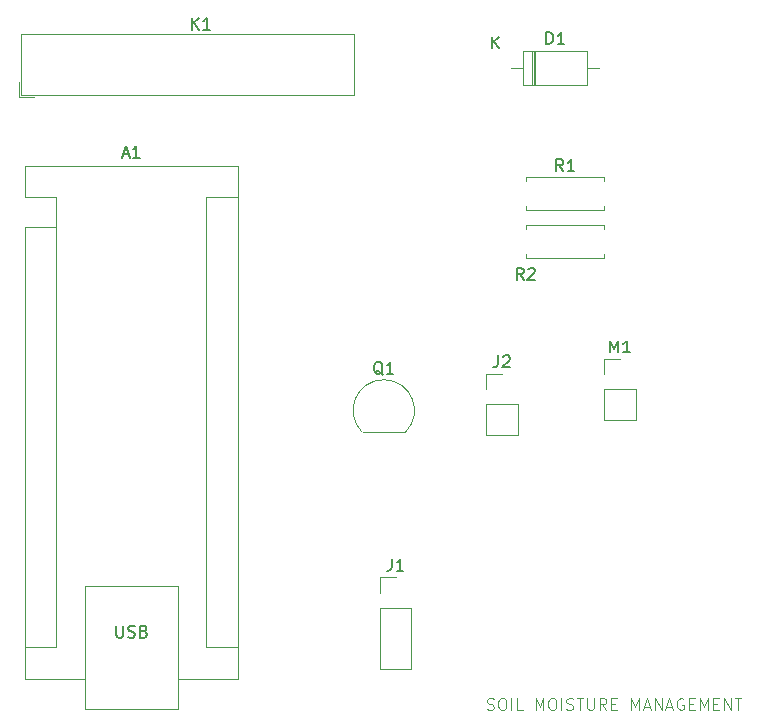
<source format=gbr>
%TF.GenerationSoftware,KiCad,Pcbnew,9.0.0*%
%TF.CreationDate,2025-03-30T19:28:59+05:30*%
%TF.ProjectId,soil_moisture,736f696c-5f6d-46f6-9973-747572652e6b,rev?*%
%TF.SameCoordinates,Original*%
%TF.FileFunction,Legend,Top*%
%TF.FilePolarity,Positive*%
%FSLAX46Y46*%
G04 Gerber Fmt 4.6, Leading zero omitted, Abs format (unit mm)*
G04 Created by KiCad (PCBNEW 9.0.0) date 2025-03-30 19:28:59*
%MOMM*%
%LPD*%
G01*
G04 APERTURE LIST*
%ADD10C,0.100000*%
%ADD11C,0.150000*%
%ADD12C,0.120000*%
G04 APERTURE END LIST*
D10*
X142756265Y-112824800D02*
X142899122Y-112872419D01*
X142899122Y-112872419D02*
X143137217Y-112872419D01*
X143137217Y-112872419D02*
X143232455Y-112824800D01*
X143232455Y-112824800D02*
X143280074Y-112777180D01*
X143280074Y-112777180D02*
X143327693Y-112681942D01*
X143327693Y-112681942D02*
X143327693Y-112586704D01*
X143327693Y-112586704D02*
X143280074Y-112491466D01*
X143280074Y-112491466D02*
X143232455Y-112443847D01*
X143232455Y-112443847D02*
X143137217Y-112396228D01*
X143137217Y-112396228D02*
X142946741Y-112348609D01*
X142946741Y-112348609D02*
X142851503Y-112300990D01*
X142851503Y-112300990D02*
X142803884Y-112253371D01*
X142803884Y-112253371D02*
X142756265Y-112158133D01*
X142756265Y-112158133D02*
X142756265Y-112062895D01*
X142756265Y-112062895D02*
X142803884Y-111967657D01*
X142803884Y-111967657D02*
X142851503Y-111920038D01*
X142851503Y-111920038D02*
X142946741Y-111872419D01*
X142946741Y-111872419D02*
X143184836Y-111872419D01*
X143184836Y-111872419D02*
X143327693Y-111920038D01*
X143946741Y-111872419D02*
X144137217Y-111872419D01*
X144137217Y-111872419D02*
X144232455Y-111920038D01*
X144232455Y-111920038D02*
X144327693Y-112015276D01*
X144327693Y-112015276D02*
X144375312Y-112205752D01*
X144375312Y-112205752D02*
X144375312Y-112539085D01*
X144375312Y-112539085D02*
X144327693Y-112729561D01*
X144327693Y-112729561D02*
X144232455Y-112824800D01*
X144232455Y-112824800D02*
X144137217Y-112872419D01*
X144137217Y-112872419D02*
X143946741Y-112872419D01*
X143946741Y-112872419D02*
X143851503Y-112824800D01*
X143851503Y-112824800D02*
X143756265Y-112729561D01*
X143756265Y-112729561D02*
X143708646Y-112539085D01*
X143708646Y-112539085D02*
X143708646Y-112205752D01*
X143708646Y-112205752D02*
X143756265Y-112015276D01*
X143756265Y-112015276D02*
X143851503Y-111920038D01*
X143851503Y-111920038D02*
X143946741Y-111872419D01*
X144803884Y-112872419D02*
X144803884Y-111872419D01*
X145756264Y-112872419D02*
X145280074Y-112872419D01*
X145280074Y-112872419D02*
X145280074Y-111872419D01*
X146851503Y-112872419D02*
X146851503Y-111872419D01*
X146851503Y-111872419D02*
X147184836Y-112586704D01*
X147184836Y-112586704D02*
X147518169Y-111872419D01*
X147518169Y-111872419D02*
X147518169Y-112872419D01*
X148184836Y-111872419D02*
X148375312Y-111872419D01*
X148375312Y-111872419D02*
X148470550Y-111920038D01*
X148470550Y-111920038D02*
X148565788Y-112015276D01*
X148565788Y-112015276D02*
X148613407Y-112205752D01*
X148613407Y-112205752D02*
X148613407Y-112539085D01*
X148613407Y-112539085D02*
X148565788Y-112729561D01*
X148565788Y-112729561D02*
X148470550Y-112824800D01*
X148470550Y-112824800D02*
X148375312Y-112872419D01*
X148375312Y-112872419D02*
X148184836Y-112872419D01*
X148184836Y-112872419D02*
X148089598Y-112824800D01*
X148089598Y-112824800D02*
X147994360Y-112729561D01*
X147994360Y-112729561D02*
X147946741Y-112539085D01*
X147946741Y-112539085D02*
X147946741Y-112205752D01*
X147946741Y-112205752D02*
X147994360Y-112015276D01*
X147994360Y-112015276D02*
X148089598Y-111920038D01*
X148089598Y-111920038D02*
X148184836Y-111872419D01*
X149041979Y-112872419D02*
X149041979Y-111872419D01*
X149470550Y-112824800D02*
X149613407Y-112872419D01*
X149613407Y-112872419D02*
X149851502Y-112872419D01*
X149851502Y-112872419D02*
X149946740Y-112824800D01*
X149946740Y-112824800D02*
X149994359Y-112777180D01*
X149994359Y-112777180D02*
X150041978Y-112681942D01*
X150041978Y-112681942D02*
X150041978Y-112586704D01*
X150041978Y-112586704D02*
X149994359Y-112491466D01*
X149994359Y-112491466D02*
X149946740Y-112443847D01*
X149946740Y-112443847D02*
X149851502Y-112396228D01*
X149851502Y-112396228D02*
X149661026Y-112348609D01*
X149661026Y-112348609D02*
X149565788Y-112300990D01*
X149565788Y-112300990D02*
X149518169Y-112253371D01*
X149518169Y-112253371D02*
X149470550Y-112158133D01*
X149470550Y-112158133D02*
X149470550Y-112062895D01*
X149470550Y-112062895D02*
X149518169Y-111967657D01*
X149518169Y-111967657D02*
X149565788Y-111920038D01*
X149565788Y-111920038D02*
X149661026Y-111872419D01*
X149661026Y-111872419D02*
X149899121Y-111872419D01*
X149899121Y-111872419D02*
X150041978Y-111920038D01*
X150327693Y-111872419D02*
X150899121Y-111872419D01*
X150613407Y-112872419D02*
X150613407Y-111872419D01*
X151232455Y-111872419D02*
X151232455Y-112681942D01*
X151232455Y-112681942D02*
X151280074Y-112777180D01*
X151280074Y-112777180D02*
X151327693Y-112824800D01*
X151327693Y-112824800D02*
X151422931Y-112872419D01*
X151422931Y-112872419D02*
X151613407Y-112872419D01*
X151613407Y-112872419D02*
X151708645Y-112824800D01*
X151708645Y-112824800D02*
X151756264Y-112777180D01*
X151756264Y-112777180D02*
X151803883Y-112681942D01*
X151803883Y-112681942D02*
X151803883Y-111872419D01*
X152851502Y-112872419D02*
X152518169Y-112396228D01*
X152280074Y-112872419D02*
X152280074Y-111872419D01*
X152280074Y-111872419D02*
X152661026Y-111872419D01*
X152661026Y-111872419D02*
X152756264Y-111920038D01*
X152756264Y-111920038D02*
X152803883Y-111967657D01*
X152803883Y-111967657D02*
X152851502Y-112062895D01*
X152851502Y-112062895D02*
X152851502Y-112205752D01*
X152851502Y-112205752D02*
X152803883Y-112300990D01*
X152803883Y-112300990D02*
X152756264Y-112348609D01*
X152756264Y-112348609D02*
X152661026Y-112396228D01*
X152661026Y-112396228D02*
X152280074Y-112396228D01*
X153280074Y-112348609D02*
X153613407Y-112348609D01*
X153756264Y-112872419D02*
X153280074Y-112872419D01*
X153280074Y-112872419D02*
X153280074Y-111872419D01*
X153280074Y-111872419D02*
X153756264Y-111872419D01*
X154946741Y-112872419D02*
X154946741Y-111872419D01*
X154946741Y-111872419D02*
X155280074Y-112586704D01*
X155280074Y-112586704D02*
X155613407Y-111872419D01*
X155613407Y-111872419D02*
X155613407Y-112872419D01*
X156041979Y-112586704D02*
X156518169Y-112586704D01*
X155946741Y-112872419D02*
X156280074Y-111872419D01*
X156280074Y-111872419D02*
X156613407Y-112872419D01*
X156946741Y-112872419D02*
X156946741Y-111872419D01*
X156946741Y-111872419D02*
X157518169Y-112872419D01*
X157518169Y-112872419D02*
X157518169Y-111872419D01*
X157946741Y-112586704D02*
X158422931Y-112586704D01*
X157851503Y-112872419D02*
X158184836Y-111872419D01*
X158184836Y-111872419D02*
X158518169Y-112872419D01*
X159375312Y-111920038D02*
X159280074Y-111872419D01*
X159280074Y-111872419D02*
X159137217Y-111872419D01*
X159137217Y-111872419D02*
X158994360Y-111920038D01*
X158994360Y-111920038D02*
X158899122Y-112015276D01*
X158899122Y-112015276D02*
X158851503Y-112110514D01*
X158851503Y-112110514D02*
X158803884Y-112300990D01*
X158803884Y-112300990D02*
X158803884Y-112443847D01*
X158803884Y-112443847D02*
X158851503Y-112634323D01*
X158851503Y-112634323D02*
X158899122Y-112729561D01*
X158899122Y-112729561D02*
X158994360Y-112824800D01*
X158994360Y-112824800D02*
X159137217Y-112872419D01*
X159137217Y-112872419D02*
X159232455Y-112872419D01*
X159232455Y-112872419D02*
X159375312Y-112824800D01*
X159375312Y-112824800D02*
X159422931Y-112777180D01*
X159422931Y-112777180D02*
X159422931Y-112443847D01*
X159422931Y-112443847D02*
X159232455Y-112443847D01*
X159851503Y-112348609D02*
X160184836Y-112348609D01*
X160327693Y-112872419D02*
X159851503Y-112872419D01*
X159851503Y-112872419D02*
X159851503Y-111872419D01*
X159851503Y-111872419D02*
X160327693Y-111872419D01*
X160756265Y-112872419D02*
X160756265Y-111872419D01*
X160756265Y-111872419D02*
X161089598Y-112586704D01*
X161089598Y-112586704D02*
X161422931Y-111872419D01*
X161422931Y-111872419D02*
X161422931Y-112872419D01*
X161899122Y-112348609D02*
X162232455Y-112348609D01*
X162375312Y-112872419D02*
X161899122Y-112872419D01*
X161899122Y-112872419D02*
X161899122Y-111872419D01*
X161899122Y-111872419D02*
X162375312Y-111872419D01*
X162803884Y-112872419D02*
X162803884Y-111872419D01*
X162803884Y-111872419D02*
X163375312Y-112872419D01*
X163375312Y-112872419D02*
X163375312Y-111872419D01*
X163708646Y-111872419D02*
X164280074Y-111872419D01*
X163994360Y-112872419D02*
X163994360Y-111872419D01*
D11*
X134666666Y-100084819D02*
X134666666Y-100799104D01*
X134666666Y-100799104D02*
X134619047Y-100941961D01*
X134619047Y-100941961D02*
X134523809Y-101037200D01*
X134523809Y-101037200D02*
X134380952Y-101084819D01*
X134380952Y-101084819D02*
X134285714Y-101084819D01*
X135666666Y-101084819D02*
X135095238Y-101084819D01*
X135380952Y-101084819D02*
X135380952Y-100084819D01*
X135380952Y-100084819D02*
X135285714Y-100227676D01*
X135285714Y-100227676D02*
X135190476Y-100322914D01*
X135190476Y-100322914D02*
X135095238Y-100370533D01*
X133904761Y-84490057D02*
X133809523Y-84442438D01*
X133809523Y-84442438D02*
X133714285Y-84347200D01*
X133714285Y-84347200D02*
X133571428Y-84204342D01*
X133571428Y-84204342D02*
X133476190Y-84156723D01*
X133476190Y-84156723D02*
X133380952Y-84156723D01*
X133428571Y-84394819D02*
X133333333Y-84347200D01*
X133333333Y-84347200D02*
X133238095Y-84251961D01*
X133238095Y-84251961D02*
X133190476Y-84061485D01*
X133190476Y-84061485D02*
X133190476Y-83728152D01*
X133190476Y-83728152D02*
X133238095Y-83537676D01*
X133238095Y-83537676D02*
X133333333Y-83442438D01*
X133333333Y-83442438D02*
X133428571Y-83394819D01*
X133428571Y-83394819D02*
X133619047Y-83394819D01*
X133619047Y-83394819D02*
X133714285Y-83442438D01*
X133714285Y-83442438D02*
X133809523Y-83537676D01*
X133809523Y-83537676D02*
X133857142Y-83728152D01*
X133857142Y-83728152D02*
X133857142Y-84061485D01*
X133857142Y-84061485D02*
X133809523Y-84251961D01*
X133809523Y-84251961D02*
X133714285Y-84347200D01*
X133714285Y-84347200D02*
X133619047Y-84394819D01*
X133619047Y-84394819D02*
X133428571Y-84394819D01*
X134809523Y-84394819D02*
X134238095Y-84394819D01*
X134523809Y-84394819D02*
X134523809Y-83394819D01*
X134523809Y-83394819D02*
X134428571Y-83537676D01*
X134428571Y-83537676D02*
X134333333Y-83632914D01*
X134333333Y-83632914D02*
X134238095Y-83680533D01*
X149183333Y-67234819D02*
X148850000Y-66758628D01*
X148611905Y-67234819D02*
X148611905Y-66234819D01*
X148611905Y-66234819D02*
X148992857Y-66234819D01*
X148992857Y-66234819D02*
X149088095Y-66282438D01*
X149088095Y-66282438D02*
X149135714Y-66330057D01*
X149135714Y-66330057D02*
X149183333Y-66425295D01*
X149183333Y-66425295D02*
X149183333Y-66568152D01*
X149183333Y-66568152D02*
X149135714Y-66663390D01*
X149135714Y-66663390D02*
X149088095Y-66711009D01*
X149088095Y-66711009D02*
X148992857Y-66758628D01*
X148992857Y-66758628D02*
X148611905Y-66758628D01*
X150135714Y-67234819D02*
X149564286Y-67234819D01*
X149850000Y-67234819D02*
X149850000Y-66234819D01*
X149850000Y-66234819D02*
X149754762Y-66377676D01*
X149754762Y-66377676D02*
X149659524Y-66472914D01*
X149659524Y-66472914D02*
X149564286Y-66520533D01*
X153190476Y-82584819D02*
X153190476Y-81584819D01*
X153190476Y-81584819D02*
X153523809Y-82299104D01*
X153523809Y-82299104D02*
X153857142Y-81584819D01*
X153857142Y-81584819D02*
X153857142Y-82584819D01*
X154857142Y-82584819D02*
X154285714Y-82584819D01*
X154571428Y-82584819D02*
X154571428Y-81584819D01*
X154571428Y-81584819D02*
X154476190Y-81727676D01*
X154476190Y-81727676D02*
X154380952Y-81822914D01*
X154380952Y-81822914D02*
X154285714Y-81870533D01*
X145833333Y-76454819D02*
X145500000Y-75978628D01*
X145261905Y-76454819D02*
X145261905Y-75454819D01*
X145261905Y-75454819D02*
X145642857Y-75454819D01*
X145642857Y-75454819D02*
X145738095Y-75502438D01*
X145738095Y-75502438D02*
X145785714Y-75550057D01*
X145785714Y-75550057D02*
X145833333Y-75645295D01*
X145833333Y-75645295D02*
X145833333Y-75788152D01*
X145833333Y-75788152D02*
X145785714Y-75883390D01*
X145785714Y-75883390D02*
X145738095Y-75931009D01*
X145738095Y-75931009D02*
X145642857Y-75978628D01*
X145642857Y-75978628D02*
X145261905Y-75978628D01*
X146214286Y-75550057D02*
X146261905Y-75502438D01*
X146261905Y-75502438D02*
X146357143Y-75454819D01*
X146357143Y-75454819D02*
X146595238Y-75454819D01*
X146595238Y-75454819D02*
X146690476Y-75502438D01*
X146690476Y-75502438D02*
X146738095Y-75550057D01*
X146738095Y-75550057D02*
X146785714Y-75645295D01*
X146785714Y-75645295D02*
X146785714Y-75740533D01*
X146785714Y-75740533D02*
X146738095Y-75883390D01*
X146738095Y-75883390D02*
X146166667Y-76454819D01*
X146166667Y-76454819D02*
X146785714Y-76454819D01*
X143666666Y-82849819D02*
X143666666Y-83564104D01*
X143666666Y-83564104D02*
X143619047Y-83706961D01*
X143619047Y-83706961D02*
X143523809Y-83802200D01*
X143523809Y-83802200D02*
X143380952Y-83849819D01*
X143380952Y-83849819D02*
X143285714Y-83849819D01*
X144095238Y-82945057D02*
X144142857Y-82897438D01*
X144142857Y-82897438D02*
X144238095Y-82849819D01*
X144238095Y-82849819D02*
X144476190Y-82849819D01*
X144476190Y-82849819D02*
X144571428Y-82897438D01*
X144571428Y-82897438D02*
X144619047Y-82945057D01*
X144619047Y-82945057D02*
X144666666Y-83040295D01*
X144666666Y-83040295D02*
X144666666Y-83135533D01*
X144666666Y-83135533D02*
X144619047Y-83278390D01*
X144619047Y-83278390D02*
X144047619Y-83849819D01*
X144047619Y-83849819D02*
X144666666Y-83849819D01*
X111905714Y-65809104D02*
X112381904Y-65809104D01*
X111810476Y-66094819D02*
X112143809Y-65094819D01*
X112143809Y-65094819D02*
X112477142Y-66094819D01*
X113334285Y-66094819D02*
X112762857Y-66094819D01*
X113048571Y-66094819D02*
X113048571Y-65094819D01*
X113048571Y-65094819D02*
X112953333Y-65237676D01*
X112953333Y-65237676D02*
X112858095Y-65332914D01*
X112858095Y-65332914D02*
X112762857Y-65380533D01*
X111358095Y-105734819D02*
X111358095Y-106544342D01*
X111358095Y-106544342D02*
X111405714Y-106639580D01*
X111405714Y-106639580D02*
X111453333Y-106687200D01*
X111453333Y-106687200D02*
X111548571Y-106734819D01*
X111548571Y-106734819D02*
X111739047Y-106734819D01*
X111739047Y-106734819D02*
X111834285Y-106687200D01*
X111834285Y-106687200D02*
X111881904Y-106639580D01*
X111881904Y-106639580D02*
X111929523Y-106544342D01*
X111929523Y-106544342D02*
X111929523Y-105734819D01*
X112358095Y-106687200D02*
X112500952Y-106734819D01*
X112500952Y-106734819D02*
X112739047Y-106734819D01*
X112739047Y-106734819D02*
X112834285Y-106687200D01*
X112834285Y-106687200D02*
X112881904Y-106639580D01*
X112881904Y-106639580D02*
X112929523Y-106544342D01*
X112929523Y-106544342D02*
X112929523Y-106449104D01*
X112929523Y-106449104D02*
X112881904Y-106353866D01*
X112881904Y-106353866D02*
X112834285Y-106306247D01*
X112834285Y-106306247D02*
X112739047Y-106258628D01*
X112739047Y-106258628D02*
X112548571Y-106211009D01*
X112548571Y-106211009D02*
X112453333Y-106163390D01*
X112453333Y-106163390D02*
X112405714Y-106115771D01*
X112405714Y-106115771D02*
X112358095Y-106020533D01*
X112358095Y-106020533D02*
X112358095Y-105925295D01*
X112358095Y-105925295D02*
X112405714Y-105830057D01*
X112405714Y-105830057D02*
X112453333Y-105782438D01*
X112453333Y-105782438D02*
X112548571Y-105734819D01*
X112548571Y-105734819D02*
X112786666Y-105734819D01*
X112786666Y-105734819D02*
X112929523Y-105782438D01*
X113691428Y-106211009D02*
X113834285Y-106258628D01*
X113834285Y-106258628D02*
X113881904Y-106306247D01*
X113881904Y-106306247D02*
X113929523Y-106401485D01*
X113929523Y-106401485D02*
X113929523Y-106544342D01*
X113929523Y-106544342D02*
X113881904Y-106639580D01*
X113881904Y-106639580D02*
X113834285Y-106687200D01*
X113834285Y-106687200D02*
X113739047Y-106734819D01*
X113739047Y-106734819D02*
X113358095Y-106734819D01*
X113358095Y-106734819D02*
X113358095Y-105734819D01*
X113358095Y-105734819D02*
X113691428Y-105734819D01*
X113691428Y-105734819D02*
X113786666Y-105782438D01*
X113786666Y-105782438D02*
X113834285Y-105830057D01*
X113834285Y-105830057D02*
X113881904Y-105925295D01*
X113881904Y-105925295D02*
X113881904Y-106020533D01*
X113881904Y-106020533D02*
X113834285Y-106115771D01*
X113834285Y-106115771D02*
X113786666Y-106163390D01*
X113786666Y-106163390D02*
X113691428Y-106211009D01*
X113691428Y-106211009D02*
X113358095Y-106211009D01*
X117761905Y-55254819D02*
X117761905Y-54254819D01*
X118333333Y-55254819D02*
X117904762Y-54683390D01*
X118333333Y-54254819D02*
X117761905Y-54826247D01*
X119285714Y-55254819D02*
X118714286Y-55254819D01*
X119000000Y-55254819D02*
X119000000Y-54254819D01*
X119000000Y-54254819D02*
X118904762Y-54397676D01*
X118904762Y-54397676D02*
X118809524Y-54492914D01*
X118809524Y-54492914D02*
X118714286Y-54540533D01*
X147761905Y-56484819D02*
X147761905Y-55484819D01*
X147761905Y-55484819D02*
X148000000Y-55484819D01*
X148000000Y-55484819D02*
X148142857Y-55532438D01*
X148142857Y-55532438D02*
X148238095Y-55627676D01*
X148238095Y-55627676D02*
X148285714Y-55722914D01*
X148285714Y-55722914D02*
X148333333Y-55913390D01*
X148333333Y-55913390D02*
X148333333Y-56056247D01*
X148333333Y-56056247D02*
X148285714Y-56246723D01*
X148285714Y-56246723D02*
X148238095Y-56341961D01*
X148238095Y-56341961D02*
X148142857Y-56437200D01*
X148142857Y-56437200D02*
X148000000Y-56484819D01*
X148000000Y-56484819D02*
X147761905Y-56484819D01*
X149285714Y-56484819D02*
X148714286Y-56484819D01*
X149000000Y-56484819D02*
X149000000Y-55484819D01*
X149000000Y-55484819D02*
X148904762Y-55627676D01*
X148904762Y-55627676D02*
X148809524Y-55722914D01*
X148809524Y-55722914D02*
X148714286Y-55770533D01*
X143158095Y-56854819D02*
X143158095Y-55854819D01*
X143729523Y-56854819D02*
X143300952Y-56283390D01*
X143729523Y-55854819D02*
X143158095Y-56426247D01*
D12*
%TO.C,J1*%
X133670000Y-101630000D02*
X135000000Y-101630000D01*
X133670000Y-102960000D02*
X133670000Y-101630000D01*
X133670000Y-104230000D02*
X133670000Y-109370000D01*
X133670000Y-104230000D02*
X136330000Y-104230000D01*
X133670000Y-109370000D02*
X136330000Y-109370000D01*
X136330000Y-104230000D02*
X136330000Y-109370000D01*
%TO.C,Q1*%
X132200000Y-89350000D02*
X135800000Y-89350000D01*
X132161522Y-89338478D02*
G75*
G02*
X134000000Y-84899999I1838478J1838478D01*
G01*
X134000000Y-84900000D02*
G75*
G02*
X135838478Y-89338478I0J-2600000D01*
G01*
%TO.C,R1*%
X146080000Y-67780000D02*
X152620000Y-67780000D01*
X146080000Y-68110000D02*
X146080000Y-67780000D01*
X146080000Y-70190000D02*
X146080000Y-70520000D01*
X146080000Y-70520000D02*
X152620000Y-70520000D01*
X152620000Y-67780000D02*
X152620000Y-68110000D01*
X152620000Y-70520000D02*
X152620000Y-70190000D01*
%TO.C,M1*%
X152670000Y-83130000D02*
X154000000Y-83130000D01*
X152670000Y-84460000D02*
X152670000Y-83130000D01*
X152670000Y-85730000D02*
X152670000Y-88330000D01*
X152670000Y-85730000D02*
X155330000Y-85730000D01*
X152670000Y-88330000D02*
X155330000Y-88330000D01*
X155330000Y-85730000D02*
X155330000Y-88330000D01*
%TO.C,R2*%
X146080000Y-71830000D02*
X152620000Y-71830000D01*
X146080000Y-72160000D02*
X146080000Y-71830000D01*
X146080000Y-74240000D02*
X146080000Y-74570000D01*
X146080000Y-74570000D02*
X152620000Y-74570000D01*
X152620000Y-71830000D02*
X152620000Y-72160000D01*
X152620000Y-74570000D02*
X152620000Y-74240000D01*
%TO.C,J2*%
X142670000Y-84395000D02*
X144000000Y-84395000D01*
X142670000Y-85725000D02*
X142670000Y-84395000D01*
X142670000Y-86995000D02*
X142670000Y-89595000D01*
X142670000Y-86995000D02*
X145330000Y-86995000D01*
X142670000Y-89595000D02*
X145330000Y-89595000D01*
X145330000Y-86995000D02*
X145330000Y-89595000D01*
%TO.C,A1*%
X103600000Y-66780000D02*
X103600000Y-69450000D01*
X103600000Y-71990000D02*
X103600000Y-110220000D01*
X103600000Y-110220000D02*
X108680000Y-110220000D01*
X106270000Y-69450000D02*
X103600000Y-69450000D01*
X106270000Y-71990000D02*
X103600000Y-71990000D01*
X106270000Y-71990000D02*
X106270000Y-69450000D01*
X106270000Y-71990000D02*
X106270000Y-107550000D01*
X106270000Y-107550000D02*
X103600000Y-107550000D01*
X108680000Y-102340000D02*
X116560000Y-102340000D01*
X108680000Y-112760000D02*
X108680000Y-102340000D01*
X116560000Y-102340000D02*
X116560000Y-112760000D01*
X116560000Y-112760000D02*
X108680000Y-112760000D01*
X118970000Y-69450000D02*
X118970000Y-107550000D01*
X118970000Y-69450000D02*
X121640000Y-69450000D01*
X118970000Y-107550000D02*
X121640000Y-107550000D01*
X121640000Y-66780000D02*
X103600000Y-66780000D01*
X121640000Y-110220000D02*
X116560000Y-110220000D01*
X121640000Y-110220000D02*
X121640000Y-66780000D01*
%TO.C,K1*%
X103100000Y-61000000D02*
X103100000Y-59700000D01*
X103300000Y-55600000D02*
X131500000Y-55600000D01*
X103300000Y-60800000D02*
X103300000Y-55600000D01*
X104400000Y-61000000D02*
X103100000Y-61000000D01*
X131500000Y-55600000D02*
X131500000Y-60800000D01*
X131500000Y-60800000D02*
X103300000Y-60800000D01*
%TO.C,D1*%
X144760000Y-58500000D02*
X145780000Y-58500000D01*
X145780000Y-57030000D02*
X145780000Y-59970000D01*
X145780000Y-59970000D02*
X151220000Y-59970000D01*
X146560000Y-57030000D02*
X146560000Y-59970000D01*
X146680000Y-57030000D02*
X146680000Y-59970000D01*
X146800000Y-57030000D02*
X146800000Y-59970000D01*
X151220000Y-57030000D02*
X145780000Y-57030000D01*
X151220000Y-59970000D02*
X151220000Y-57030000D01*
X152240000Y-58500000D02*
X151220000Y-58500000D01*
%TD*%
M02*

</source>
